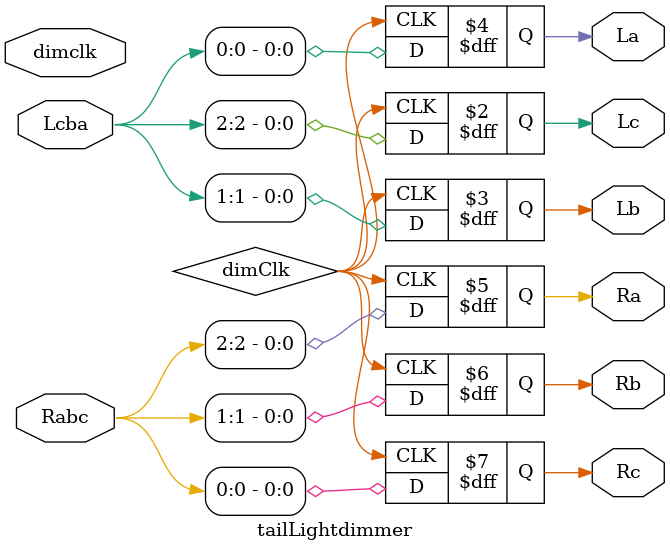
<source format=v>
module tailLightdimmer(dimclk,Lcba,Rabc,Lc,Lb,La,Ra,Rb,Rc);
input dimclk;
input[2:0] Lcba, Rabc;
output reg Lc, Lb, La, Ra, Rb, Rc;
 //reg toggle;              
 always@(posedge dimClk ) begin
/* always@(*) begin
 toggle <= ~toggle;
 
 if(Lcba[2]) begin
 Lc = 1'b1;
 end
 else begin
 Lc = toggle;
 end
 
 if(Lcba[1]) begin
 Lb = 1'b1;
 end
 else begin
 Lb = toggle;
 end
 
 if(Lcba[0]) begin
 La = 1'b1;
 end
 else begin
 La = toggle;
 end
 
 if(Rabc[1]) begin
 Ra = 1'b1;
 end
 else begin
 Ra = toggle;
 end
 
 if(Rabc[1]) begin
 Rb = 1'b1;
 end
 else begin
 Rb = toggle;
 end
 
 if(Rabc[0]) begin
 Rc = 1'b1;
 end
 else begin
 Rc = toggle;
 end
 
 end*/
 //else begin
 Lc = Lcba[2];
 Lb = Lcba[1];
 La = Lcba[0];
 Ra = Rabc[2];
 Rb = Rabc[1];
 Rc = Rabc[0];
 //end
 end
 endmodule
</source>
